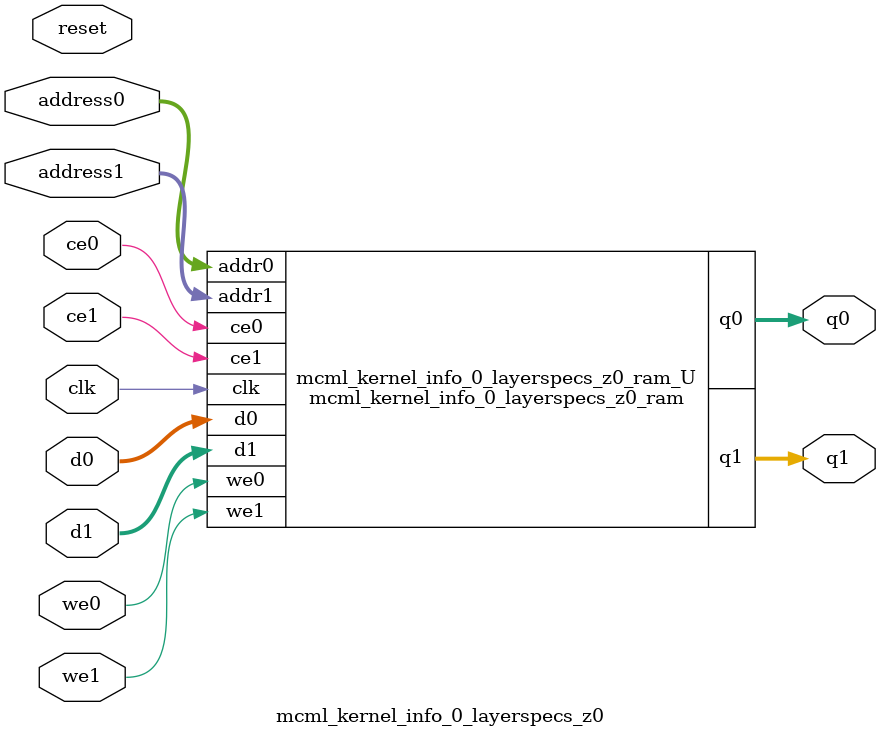
<source format=v>

`timescale 1 ns / 1 ps
module mcml_kernel_info_0_layerspecs_z0_ram (addr0, ce0, d0, we0, q0, addr1, ce1, d1, we1, q1,  clk);

parameter DWIDTH = 32;
parameter AWIDTH = 4;
parameter MEM_SIZE = 10;

input[AWIDTH-1:0] addr0;
input ce0;
input[DWIDTH-1:0] d0;
input we0;
output reg[DWIDTH-1:0] q0;
input[AWIDTH-1:0] addr1;
input ce1;
input[DWIDTH-1:0] d1;
input we1;
output reg[DWIDTH-1:0] q1;
input clk;

(* ram_style = "block" *)reg [DWIDTH-1:0] ram[MEM_SIZE-1:0];




always @(posedge clk)  
begin 
    if (ce0) 
    begin
        if (we0) 
        begin 
            ram[addr0] <= d0; 
            q0 <= d0;
        end 
        else 
            q0 <= ram[addr0];
    end
end


always @(posedge clk)  
begin 
    if (ce1) 
    begin
        if (we1) 
        begin 
            ram[addr1] <= d1; 
            q1 <= d1;
        end 
        else 
            q1 <= ram[addr1];
    end
end


endmodule


`timescale 1 ns / 1 ps
module mcml_kernel_info_0_layerspecs_z0(
    reset,
    clk,
    address0,
    ce0,
    we0,
    d0,
    q0,
    address1,
    ce1,
    we1,
    d1,
    q1);

parameter DataWidth = 32'd32;
parameter AddressRange = 32'd10;
parameter AddressWidth = 32'd4;
input reset;
input clk;
input[AddressWidth - 1:0] address0;
input ce0;
input we0;
input[DataWidth - 1:0] d0;
output[DataWidth - 1:0] q0;
input[AddressWidth - 1:0] address1;
input ce1;
input we1;
input[DataWidth - 1:0] d1;
output[DataWidth - 1:0] q1;



mcml_kernel_info_0_layerspecs_z0_ram mcml_kernel_info_0_layerspecs_z0_ram_U(
    .clk( clk ),
    .addr0( address0 ),
    .ce0( ce0 ),
    .d0( d0 ),
    .we0( we0 ),
    .q0( q0 ),
    .addr1( address1 ),
    .ce1( ce1 ),
    .d1( d1 ),
    .we1( we1 ),
    .q1( q1 ));

endmodule


</source>
